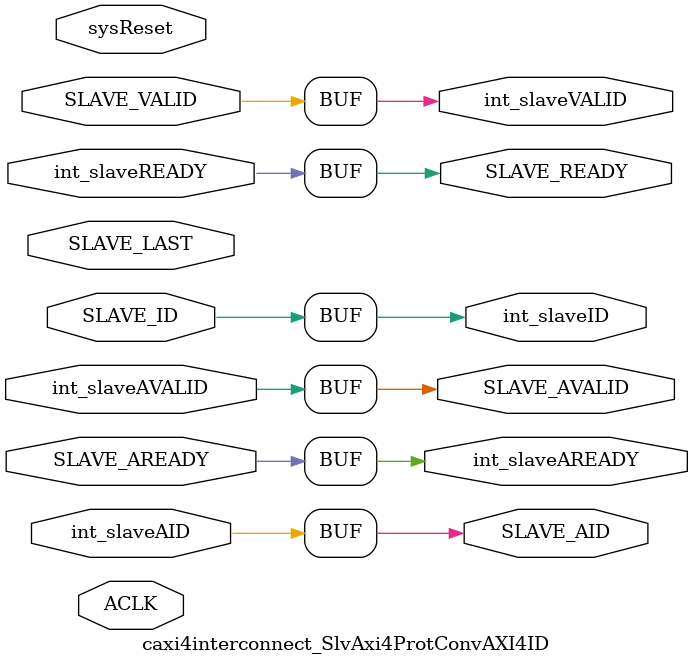
<source format=v>

module caxi4interconnect_SlvAxi4ProtConvAXI4ID #
       
	(	
		parameter [0:0] 	ZERO_SLAVE_ID	  	    = 1'b1,	// zero ID field		
		parameter integer 	ID_WIDTH   				= 1,		// number of bits for ID (ie AID, WID, BID) - valid 1-8 
		parameter integer 	SLV_AXI4PRT_ADDRDEPTH	= 8,		// Number transations width - 1 => 2 transations, 2 => 4 transations, etc.
		parameter           READ_INTERLEAVE         = 1
	)
	(

	//=====================================  Global Signals   ========================================================================
	input  wire           			ACLK,
	input  wire          			sysReset,
	
	// External side
	//Slave Read Address Ports
	output wire [ID_WIDTH-1:0]      SLAVE_AID,
	output wire         			SLAVE_AVALID,

	input wire             			SLAVE_AREADY,


	// Slave Read Data Ports
	input wire [ID_WIDTH-1:0]  		SLAVE_ID,	
	
	output wire               		SLAVE_READY,
  	input wire                 		SLAVE_VALID,
	input wire                 		SLAVE_LAST,

	// Slave Read Address Ports	
	input  wire [ID_WIDTH-1:0]  	int_slaveAID,

	input wire                		int_slaveAVALID,
	output wire                		int_slaveAREADY,
	
	// Slave Read Data Ports	
	output wire [ID_WIDTH-1:0]  	int_slaveID,
	output wire                 	int_slaveVALID,
	input wire                 		int_slaveREADY
	
	);


       wire fifoEmpty;
       wire fifoFull;
       wire fifoNearlyFull;
       wire [ID_WIDTH-1:0] IDFifoOut;
       wire fifoWr;
       wire fifoRd;


        generate
          if (READ_INTERLEAVE == 0 && ZERO_SLAVE_ID == 1) begin
  
            caxi4interconnect_FIFO #
	        (
		    .MEM_DEPTH( 2**SLV_AXI4PRT_ADDRDEPTH ),
		    .DATA_WIDTH_IN ( ID_WIDTH ),
		    .DATA_WIDTH_OUT ( ID_WIDTH ), 
		    .NEARLY_FULL_THRESH ( (2**SLV_AXI4PRT_ADDRDEPTH) - 1 ),
		    .NEARLY_EMPTY_THRESH ( 0 )
	        )
            rdata_interleave_fifo (
	        .rst (sysReset ),
	        .clk ( ACLK ),
	        .wr_en ( fifoWr ),
	        .rd_en ( fifoRd ),
	        .data_in ( int_slaveAID ),
	        .data_out ( IDFifoOut ),
	        .zero_data ( 1'b0 ),
	        .fifo_full ( fifoFull ),
	        .fifo_empty ( fifoEmpty ),
	        .fifo_nearly_full ( fifoNearlyFull ),
	        .fifo_nearly_empty ( ),
	        .fifo_one_from_full ( )
            );
			
            assign fifoWr = int_slaveAREADY & int_slaveAVALID;
            assign fifoRd = SLAVE_READY & SLAVE_VALID & SLAVE_LAST;
	        assign SLAVE_READY = ~fifoEmpty & int_slaveREADY;
  	        assign SLAVE_AID = 0;
            assign int_slaveID = IDFifoOut;
            assign int_slaveAREADY = ~fifoNearlyFull & SLAVE_AREADY;
            assign SLAVE_AVALID = int_slaveAVALID & ~fifoNearlyFull;
	        assign int_slaveVALID = SLAVE_VALID & ~fifoEmpty;	
          end else begin
	        assign int_slaveAREADY = SLAVE_AREADY;	
  	        assign SLAVE_AID = int_slaveAID;
	        assign int_slaveID = SLAVE_ID;
	        assign SLAVE_READY = int_slaveREADY;
	        assign SLAVE_AVALID = int_slaveAVALID;
	        assign int_slaveVALID = SLAVE_VALID;	
          end
        endgenerate		
endmodule

</source>
